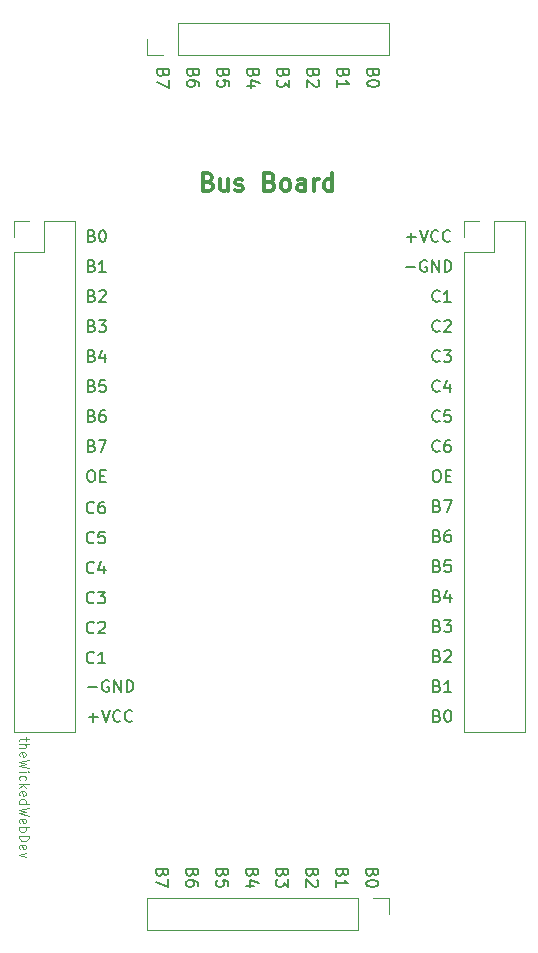
<source format=gbr>
%TF.GenerationSoftware,KiCad,Pcbnew,(5.1.10-1-10_14)*%
%TF.CreationDate,2021-08-24T00:58:23-04:00*%
%TF.ProjectId,breadboard-prototype-bus,62726561-6462-46f6-9172-642d70726f74,rev?*%
%TF.SameCoordinates,Original*%
%TF.FileFunction,Legend,Top*%
%TF.FilePolarity,Positive*%
%FSLAX46Y46*%
G04 Gerber Fmt 4.6, Leading zero omitted, Abs format (unit mm)*
G04 Created by KiCad (PCBNEW (5.1.10-1-10_14)) date 2021-08-24 00:58:23*
%MOMM*%
%LPD*%
G01*
G04 APERTURE LIST*
%ADD10C,0.150000*%
%ADD11C,0.100000*%
%ADD12C,0.300000*%
%ADD13C,0.120000*%
G04 APERTURE END LIST*
D10*
X75373428Y-65385238D02*
X75325809Y-65528095D01*
X75278190Y-65575714D01*
X75182952Y-65623333D01*
X75040095Y-65623333D01*
X74944857Y-65575714D01*
X74897238Y-65528095D01*
X74849619Y-65432857D01*
X74849619Y-65051904D01*
X75849619Y-65051904D01*
X75849619Y-65385238D01*
X75802000Y-65480476D01*
X75754380Y-65528095D01*
X75659142Y-65575714D01*
X75563904Y-65575714D01*
X75468666Y-65528095D01*
X75421047Y-65480476D01*
X75373428Y-65385238D01*
X75373428Y-65051904D01*
X75849619Y-65956666D02*
X75849619Y-66623333D01*
X74849619Y-66194761D01*
X80453428Y-65385238D02*
X80405809Y-65528095D01*
X80358190Y-65575714D01*
X80262952Y-65623333D01*
X80120095Y-65623333D01*
X80024857Y-65575714D01*
X79977238Y-65528095D01*
X79929619Y-65432857D01*
X79929619Y-65051904D01*
X80929619Y-65051904D01*
X80929619Y-65385238D01*
X80882000Y-65480476D01*
X80834380Y-65528095D01*
X80739142Y-65575714D01*
X80643904Y-65575714D01*
X80548666Y-65528095D01*
X80501047Y-65480476D01*
X80453428Y-65385238D01*
X80453428Y-65051904D01*
X80929619Y-66528095D02*
X80929619Y-66051904D01*
X80453428Y-66004285D01*
X80501047Y-66051904D01*
X80548666Y-66147142D01*
X80548666Y-66385238D01*
X80501047Y-66480476D01*
X80453428Y-66528095D01*
X80358190Y-66575714D01*
X80120095Y-66575714D01*
X80024857Y-66528095D01*
X79977238Y-66480476D01*
X79929619Y-66385238D01*
X79929619Y-66147142D01*
X79977238Y-66051904D01*
X80024857Y-66004285D01*
X90613428Y-65385238D02*
X90565809Y-65528095D01*
X90518190Y-65575714D01*
X90422952Y-65623333D01*
X90280095Y-65623333D01*
X90184857Y-65575714D01*
X90137238Y-65528095D01*
X90089619Y-65432857D01*
X90089619Y-65051904D01*
X91089619Y-65051904D01*
X91089619Y-65385238D01*
X91042000Y-65480476D01*
X90994380Y-65528095D01*
X90899142Y-65575714D01*
X90803904Y-65575714D01*
X90708666Y-65528095D01*
X90661047Y-65480476D01*
X90613428Y-65385238D01*
X90613428Y-65051904D01*
X90089619Y-66575714D02*
X90089619Y-66004285D01*
X90089619Y-66290000D02*
X91089619Y-66290000D01*
X90946761Y-66194761D01*
X90851523Y-66099523D01*
X90803904Y-66004285D01*
X85533428Y-65385238D02*
X85485809Y-65528095D01*
X85438190Y-65575714D01*
X85342952Y-65623333D01*
X85200095Y-65623333D01*
X85104857Y-65575714D01*
X85057238Y-65528095D01*
X85009619Y-65432857D01*
X85009619Y-65051904D01*
X86009619Y-65051904D01*
X86009619Y-65385238D01*
X85962000Y-65480476D01*
X85914380Y-65528095D01*
X85819142Y-65575714D01*
X85723904Y-65575714D01*
X85628666Y-65528095D01*
X85581047Y-65480476D01*
X85533428Y-65385238D01*
X85533428Y-65051904D01*
X86009619Y-65956666D02*
X86009619Y-66575714D01*
X85628666Y-66242380D01*
X85628666Y-66385238D01*
X85581047Y-66480476D01*
X85533428Y-66528095D01*
X85438190Y-66575714D01*
X85200095Y-66575714D01*
X85104857Y-66528095D01*
X85057238Y-66480476D01*
X85009619Y-66385238D01*
X85009619Y-66099523D01*
X85057238Y-66004285D01*
X85104857Y-65956666D01*
X82993428Y-65385238D02*
X82945809Y-65528095D01*
X82898190Y-65575714D01*
X82802952Y-65623333D01*
X82660095Y-65623333D01*
X82564857Y-65575714D01*
X82517238Y-65528095D01*
X82469619Y-65432857D01*
X82469619Y-65051904D01*
X83469619Y-65051904D01*
X83469619Y-65385238D01*
X83422000Y-65480476D01*
X83374380Y-65528095D01*
X83279142Y-65575714D01*
X83183904Y-65575714D01*
X83088666Y-65528095D01*
X83041047Y-65480476D01*
X82993428Y-65385238D01*
X82993428Y-65051904D01*
X83136285Y-66480476D02*
X82469619Y-66480476D01*
X83517238Y-66242380D02*
X82802952Y-66004285D01*
X82802952Y-66623333D01*
X93153428Y-65385238D02*
X93105809Y-65528095D01*
X93058190Y-65575714D01*
X92962952Y-65623333D01*
X92820095Y-65623333D01*
X92724857Y-65575714D01*
X92677238Y-65528095D01*
X92629619Y-65432857D01*
X92629619Y-65051904D01*
X93629619Y-65051904D01*
X93629619Y-65385238D01*
X93582000Y-65480476D01*
X93534380Y-65528095D01*
X93439142Y-65575714D01*
X93343904Y-65575714D01*
X93248666Y-65528095D01*
X93201047Y-65480476D01*
X93153428Y-65385238D01*
X93153428Y-65051904D01*
X93629619Y-66242380D02*
X93629619Y-66337619D01*
X93582000Y-66432857D01*
X93534380Y-66480476D01*
X93439142Y-66528095D01*
X93248666Y-66575714D01*
X93010571Y-66575714D01*
X92820095Y-66528095D01*
X92724857Y-66480476D01*
X92677238Y-66432857D01*
X92629619Y-66337619D01*
X92629619Y-66242380D01*
X92677238Y-66147142D01*
X92724857Y-66099523D01*
X92820095Y-66051904D01*
X93010571Y-66004285D01*
X93248666Y-66004285D01*
X93439142Y-66051904D01*
X93534380Y-66099523D01*
X93582000Y-66147142D01*
X93629619Y-66242380D01*
X77913428Y-65385238D02*
X77865809Y-65528095D01*
X77818190Y-65575714D01*
X77722952Y-65623333D01*
X77580095Y-65623333D01*
X77484857Y-65575714D01*
X77437238Y-65528095D01*
X77389619Y-65432857D01*
X77389619Y-65051904D01*
X78389619Y-65051904D01*
X78389619Y-65385238D01*
X78342000Y-65480476D01*
X78294380Y-65528095D01*
X78199142Y-65575714D01*
X78103904Y-65575714D01*
X78008666Y-65528095D01*
X77961047Y-65480476D01*
X77913428Y-65385238D01*
X77913428Y-65051904D01*
X78389619Y-66480476D02*
X78389619Y-66290000D01*
X78342000Y-66194761D01*
X78294380Y-66147142D01*
X78151523Y-66051904D01*
X77961047Y-66004285D01*
X77580095Y-66004285D01*
X77484857Y-66051904D01*
X77437238Y-66099523D01*
X77389619Y-66194761D01*
X77389619Y-66385238D01*
X77437238Y-66480476D01*
X77484857Y-66528095D01*
X77580095Y-66575714D01*
X77818190Y-66575714D01*
X77913428Y-66528095D01*
X77961047Y-66480476D01*
X78008666Y-66385238D01*
X78008666Y-66194761D01*
X77961047Y-66099523D01*
X77913428Y-66051904D01*
X77818190Y-66004285D01*
X88073428Y-65385238D02*
X88025809Y-65528095D01*
X87978190Y-65575714D01*
X87882952Y-65623333D01*
X87740095Y-65623333D01*
X87644857Y-65575714D01*
X87597238Y-65528095D01*
X87549619Y-65432857D01*
X87549619Y-65051904D01*
X88549619Y-65051904D01*
X88549619Y-65385238D01*
X88502000Y-65480476D01*
X88454380Y-65528095D01*
X88359142Y-65575714D01*
X88263904Y-65575714D01*
X88168666Y-65528095D01*
X88121047Y-65480476D01*
X88073428Y-65385238D01*
X88073428Y-65051904D01*
X88454380Y-66004285D02*
X88502000Y-66051904D01*
X88549619Y-66147142D01*
X88549619Y-66385238D01*
X88502000Y-66480476D01*
X88454380Y-66528095D01*
X88359142Y-66575714D01*
X88263904Y-66575714D01*
X88121047Y-66528095D01*
X87549619Y-65956666D01*
X87549619Y-66575714D01*
X85453428Y-133105238D02*
X85405809Y-133248095D01*
X85358190Y-133295714D01*
X85262952Y-133343333D01*
X85120095Y-133343333D01*
X85024857Y-133295714D01*
X84977238Y-133248095D01*
X84929619Y-133152857D01*
X84929619Y-132771904D01*
X85929619Y-132771904D01*
X85929619Y-133105238D01*
X85882000Y-133200476D01*
X85834380Y-133248095D01*
X85739142Y-133295714D01*
X85643904Y-133295714D01*
X85548666Y-133248095D01*
X85501047Y-133200476D01*
X85453428Y-133105238D01*
X85453428Y-132771904D01*
X85929619Y-133676666D02*
X85929619Y-134295714D01*
X85548666Y-133962380D01*
X85548666Y-134105238D01*
X85501047Y-134200476D01*
X85453428Y-134248095D01*
X85358190Y-134295714D01*
X85120095Y-134295714D01*
X85024857Y-134248095D01*
X84977238Y-134200476D01*
X84929619Y-134105238D01*
X84929619Y-133819523D01*
X84977238Y-133724285D01*
X85024857Y-133676666D01*
X77833428Y-133105238D02*
X77785809Y-133248095D01*
X77738190Y-133295714D01*
X77642952Y-133343333D01*
X77500095Y-133343333D01*
X77404857Y-133295714D01*
X77357238Y-133248095D01*
X77309619Y-133152857D01*
X77309619Y-132771904D01*
X78309619Y-132771904D01*
X78309619Y-133105238D01*
X78262000Y-133200476D01*
X78214380Y-133248095D01*
X78119142Y-133295714D01*
X78023904Y-133295714D01*
X77928666Y-133248095D01*
X77881047Y-133200476D01*
X77833428Y-133105238D01*
X77833428Y-132771904D01*
X78309619Y-134200476D02*
X78309619Y-134010000D01*
X78262000Y-133914761D01*
X78214380Y-133867142D01*
X78071523Y-133771904D01*
X77881047Y-133724285D01*
X77500095Y-133724285D01*
X77404857Y-133771904D01*
X77357238Y-133819523D01*
X77309619Y-133914761D01*
X77309619Y-134105238D01*
X77357238Y-134200476D01*
X77404857Y-134248095D01*
X77500095Y-134295714D01*
X77738190Y-134295714D01*
X77833428Y-134248095D01*
X77881047Y-134200476D01*
X77928666Y-134105238D01*
X77928666Y-133914761D01*
X77881047Y-133819523D01*
X77833428Y-133771904D01*
X77738190Y-133724285D01*
X87993428Y-133105238D02*
X87945809Y-133248095D01*
X87898190Y-133295714D01*
X87802952Y-133343333D01*
X87660095Y-133343333D01*
X87564857Y-133295714D01*
X87517238Y-133248095D01*
X87469619Y-133152857D01*
X87469619Y-132771904D01*
X88469619Y-132771904D01*
X88469619Y-133105238D01*
X88422000Y-133200476D01*
X88374380Y-133248095D01*
X88279142Y-133295714D01*
X88183904Y-133295714D01*
X88088666Y-133248095D01*
X88041047Y-133200476D01*
X87993428Y-133105238D01*
X87993428Y-132771904D01*
X88374380Y-133724285D02*
X88422000Y-133771904D01*
X88469619Y-133867142D01*
X88469619Y-134105238D01*
X88422000Y-134200476D01*
X88374380Y-134248095D01*
X88279142Y-134295714D01*
X88183904Y-134295714D01*
X88041047Y-134248095D01*
X87469619Y-133676666D01*
X87469619Y-134295714D01*
X90533428Y-133105238D02*
X90485809Y-133248095D01*
X90438190Y-133295714D01*
X90342952Y-133343333D01*
X90200095Y-133343333D01*
X90104857Y-133295714D01*
X90057238Y-133248095D01*
X90009619Y-133152857D01*
X90009619Y-132771904D01*
X91009619Y-132771904D01*
X91009619Y-133105238D01*
X90962000Y-133200476D01*
X90914380Y-133248095D01*
X90819142Y-133295714D01*
X90723904Y-133295714D01*
X90628666Y-133248095D01*
X90581047Y-133200476D01*
X90533428Y-133105238D01*
X90533428Y-132771904D01*
X90009619Y-134295714D02*
X90009619Y-133724285D01*
X90009619Y-134010000D02*
X91009619Y-134010000D01*
X90866761Y-133914761D01*
X90771523Y-133819523D01*
X90723904Y-133724285D01*
X75293428Y-133105238D02*
X75245809Y-133248095D01*
X75198190Y-133295714D01*
X75102952Y-133343333D01*
X74960095Y-133343333D01*
X74864857Y-133295714D01*
X74817238Y-133248095D01*
X74769619Y-133152857D01*
X74769619Y-132771904D01*
X75769619Y-132771904D01*
X75769619Y-133105238D01*
X75722000Y-133200476D01*
X75674380Y-133248095D01*
X75579142Y-133295714D01*
X75483904Y-133295714D01*
X75388666Y-133248095D01*
X75341047Y-133200476D01*
X75293428Y-133105238D01*
X75293428Y-132771904D01*
X75769619Y-133676666D02*
X75769619Y-134343333D01*
X74769619Y-133914761D01*
X82913428Y-133105238D02*
X82865809Y-133248095D01*
X82818190Y-133295714D01*
X82722952Y-133343333D01*
X82580095Y-133343333D01*
X82484857Y-133295714D01*
X82437238Y-133248095D01*
X82389619Y-133152857D01*
X82389619Y-132771904D01*
X83389619Y-132771904D01*
X83389619Y-133105238D01*
X83342000Y-133200476D01*
X83294380Y-133248095D01*
X83199142Y-133295714D01*
X83103904Y-133295714D01*
X83008666Y-133248095D01*
X82961047Y-133200476D01*
X82913428Y-133105238D01*
X82913428Y-132771904D01*
X83056285Y-134200476D02*
X82389619Y-134200476D01*
X83437238Y-133962380D02*
X82722952Y-133724285D01*
X82722952Y-134343333D01*
X80373428Y-133105238D02*
X80325809Y-133248095D01*
X80278190Y-133295714D01*
X80182952Y-133343333D01*
X80040095Y-133343333D01*
X79944857Y-133295714D01*
X79897238Y-133248095D01*
X79849619Y-133152857D01*
X79849619Y-132771904D01*
X80849619Y-132771904D01*
X80849619Y-133105238D01*
X80802000Y-133200476D01*
X80754380Y-133248095D01*
X80659142Y-133295714D01*
X80563904Y-133295714D01*
X80468666Y-133248095D01*
X80421047Y-133200476D01*
X80373428Y-133105238D01*
X80373428Y-132771904D01*
X80849619Y-134248095D02*
X80849619Y-133771904D01*
X80373428Y-133724285D01*
X80421047Y-133771904D01*
X80468666Y-133867142D01*
X80468666Y-134105238D01*
X80421047Y-134200476D01*
X80373428Y-134248095D01*
X80278190Y-134295714D01*
X80040095Y-134295714D01*
X79944857Y-134248095D01*
X79897238Y-134200476D01*
X79849619Y-134105238D01*
X79849619Y-133867142D01*
X79897238Y-133771904D01*
X79944857Y-133724285D01*
X93073428Y-133105238D02*
X93025809Y-133248095D01*
X92978190Y-133295714D01*
X92882952Y-133343333D01*
X92740095Y-133343333D01*
X92644857Y-133295714D01*
X92597238Y-133248095D01*
X92549619Y-133152857D01*
X92549619Y-132771904D01*
X93549619Y-132771904D01*
X93549619Y-133105238D01*
X93502000Y-133200476D01*
X93454380Y-133248095D01*
X93359142Y-133295714D01*
X93263904Y-133295714D01*
X93168666Y-133248095D01*
X93121047Y-133200476D01*
X93073428Y-133105238D01*
X93073428Y-132771904D01*
X93549619Y-133962380D02*
X93549619Y-134057619D01*
X93502000Y-134152857D01*
X93454380Y-134200476D01*
X93359142Y-134248095D01*
X93168666Y-134295714D01*
X92930571Y-134295714D01*
X92740095Y-134248095D01*
X92644857Y-134200476D01*
X92597238Y-134152857D01*
X92549619Y-134057619D01*
X92549619Y-133962380D01*
X92597238Y-133867142D01*
X92644857Y-133819523D01*
X92740095Y-133771904D01*
X92930571Y-133724285D01*
X93168666Y-133724285D01*
X93359142Y-133771904D01*
X93454380Y-133819523D01*
X93502000Y-133867142D01*
X93549619Y-133962380D01*
D11*
X63691428Y-121644285D02*
X63691428Y-121949047D01*
X63958095Y-121758571D02*
X63272380Y-121758571D01*
X63196190Y-121796666D01*
X63158095Y-121872857D01*
X63158095Y-121949047D01*
X63158095Y-122215714D02*
X63958095Y-122215714D01*
X63158095Y-122558571D02*
X63577142Y-122558571D01*
X63653333Y-122520476D01*
X63691428Y-122444285D01*
X63691428Y-122330000D01*
X63653333Y-122253809D01*
X63615238Y-122215714D01*
X63196190Y-123244285D02*
X63158095Y-123168095D01*
X63158095Y-123015714D01*
X63196190Y-122939523D01*
X63272380Y-122901428D01*
X63577142Y-122901428D01*
X63653333Y-122939523D01*
X63691428Y-123015714D01*
X63691428Y-123168095D01*
X63653333Y-123244285D01*
X63577142Y-123282380D01*
X63500952Y-123282380D01*
X63424761Y-122901428D01*
X63958095Y-123549047D02*
X63158095Y-123739523D01*
X63729523Y-123891904D01*
X63158095Y-124044285D01*
X63958095Y-124234761D01*
X63158095Y-124539523D02*
X63691428Y-124539523D01*
X63958095Y-124539523D02*
X63920000Y-124501428D01*
X63881904Y-124539523D01*
X63920000Y-124577619D01*
X63958095Y-124539523D01*
X63881904Y-124539523D01*
X63196190Y-125263333D02*
X63158095Y-125187142D01*
X63158095Y-125034761D01*
X63196190Y-124958571D01*
X63234285Y-124920476D01*
X63310476Y-124882380D01*
X63539047Y-124882380D01*
X63615238Y-124920476D01*
X63653333Y-124958571D01*
X63691428Y-125034761D01*
X63691428Y-125187142D01*
X63653333Y-125263333D01*
X63158095Y-125606190D02*
X63958095Y-125606190D01*
X63462857Y-125682380D02*
X63158095Y-125910952D01*
X63691428Y-125910952D02*
X63386666Y-125606190D01*
X63196190Y-126558571D02*
X63158095Y-126482380D01*
X63158095Y-126330000D01*
X63196190Y-126253809D01*
X63272380Y-126215714D01*
X63577142Y-126215714D01*
X63653333Y-126253809D01*
X63691428Y-126330000D01*
X63691428Y-126482380D01*
X63653333Y-126558571D01*
X63577142Y-126596666D01*
X63500952Y-126596666D01*
X63424761Y-126215714D01*
X63158095Y-127282380D02*
X63958095Y-127282380D01*
X63196190Y-127282380D02*
X63158095Y-127206190D01*
X63158095Y-127053809D01*
X63196190Y-126977619D01*
X63234285Y-126939523D01*
X63310476Y-126901428D01*
X63539047Y-126901428D01*
X63615238Y-126939523D01*
X63653333Y-126977619D01*
X63691428Y-127053809D01*
X63691428Y-127206190D01*
X63653333Y-127282380D01*
X63958095Y-127587142D02*
X63158095Y-127777619D01*
X63729523Y-127930000D01*
X63158095Y-128082380D01*
X63958095Y-128272857D01*
X63196190Y-128882380D02*
X63158095Y-128806190D01*
X63158095Y-128653809D01*
X63196190Y-128577619D01*
X63272380Y-128539523D01*
X63577142Y-128539523D01*
X63653333Y-128577619D01*
X63691428Y-128653809D01*
X63691428Y-128806190D01*
X63653333Y-128882380D01*
X63577142Y-128920476D01*
X63500952Y-128920476D01*
X63424761Y-128539523D01*
X63158095Y-129263333D02*
X63958095Y-129263333D01*
X63653333Y-129263333D02*
X63691428Y-129339523D01*
X63691428Y-129491904D01*
X63653333Y-129568095D01*
X63615238Y-129606190D01*
X63539047Y-129644285D01*
X63310476Y-129644285D01*
X63234285Y-129606190D01*
X63196190Y-129568095D01*
X63158095Y-129491904D01*
X63158095Y-129339523D01*
X63196190Y-129263333D01*
X63158095Y-129987142D02*
X63958095Y-129987142D01*
X63958095Y-130177619D01*
X63920000Y-130291904D01*
X63843809Y-130368095D01*
X63767619Y-130406190D01*
X63615238Y-130444285D01*
X63500952Y-130444285D01*
X63348571Y-130406190D01*
X63272380Y-130368095D01*
X63196190Y-130291904D01*
X63158095Y-130177619D01*
X63158095Y-129987142D01*
X63196190Y-131091904D02*
X63158095Y-131015714D01*
X63158095Y-130863333D01*
X63196190Y-130787142D01*
X63272380Y-130749047D01*
X63577142Y-130749047D01*
X63653333Y-130787142D01*
X63691428Y-130863333D01*
X63691428Y-131015714D01*
X63653333Y-131091904D01*
X63577142Y-131130000D01*
X63500952Y-131130000D01*
X63424761Y-130749047D01*
X63691428Y-131396666D02*
X63158095Y-131587142D01*
X63691428Y-131777619D01*
D12*
X79180000Y-74612857D02*
X79394285Y-74684285D01*
X79465714Y-74755714D01*
X79537142Y-74898571D01*
X79537142Y-75112857D01*
X79465714Y-75255714D01*
X79394285Y-75327142D01*
X79251428Y-75398571D01*
X78680000Y-75398571D01*
X78680000Y-73898571D01*
X79180000Y-73898571D01*
X79322857Y-73970000D01*
X79394285Y-74041428D01*
X79465714Y-74184285D01*
X79465714Y-74327142D01*
X79394285Y-74470000D01*
X79322857Y-74541428D01*
X79180000Y-74612857D01*
X78680000Y-74612857D01*
X80822857Y-74398571D02*
X80822857Y-75398571D01*
X80180000Y-74398571D02*
X80180000Y-75184285D01*
X80251428Y-75327142D01*
X80394285Y-75398571D01*
X80608571Y-75398571D01*
X80751428Y-75327142D01*
X80822857Y-75255714D01*
X81465714Y-75327142D02*
X81608571Y-75398571D01*
X81894285Y-75398571D01*
X82037142Y-75327142D01*
X82108571Y-75184285D01*
X82108571Y-75112857D01*
X82037142Y-74970000D01*
X81894285Y-74898571D01*
X81680000Y-74898571D01*
X81537142Y-74827142D01*
X81465714Y-74684285D01*
X81465714Y-74612857D01*
X81537142Y-74470000D01*
X81680000Y-74398571D01*
X81894285Y-74398571D01*
X82037142Y-74470000D01*
X84394285Y-74612857D02*
X84608571Y-74684285D01*
X84680000Y-74755714D01*
X84751428Y-74898571D01*
X84751428Y-75112857D01*
X84680000Y-75255714D01*
X84608571Y-75327142D01*
X84465714Y-75398571D01*
X83894285Y-75398571D01*
X83894285Y-73898571D01*
X84394285Y-73898571D01*
X84537142Y-73970000D01*
X84608571Y-74041428D01*
X84680000Y-74184285D01*
X84680000Y-74327142D01*
X84608571Y-74470000D01*
X84537142Y-74541428D01*
X84394285Y-74612857D01*
X83894285Y-74612857D01*
X85608571Y-75398571D02*
X85465714Y-75327142D01*
X85394285Y-75255714D01*
X85322857Y-75112857D01*
X85322857Y-74684285D01*
X85394285Y-74541428D01*
X85465714Y-74470000D01*
X85608571Y-74398571D01*
X85822857Y-74398571D01*
X85965714Y-74470000D01*
X86037142Y-74541428D01*
X86108571Y-74684285D01*
X86108571Y-75112857D01*
X86037142Y-75255714D01*
X85965714Y-75327142D01*
X85822857Y-75398571D01*
X85608571Y-75398571D01*
X87394285Y-75398571D02*
X87394285Y-74612857D01*
X87322857Y-74470000D01*
X87180000Y-74398571D01*
X86894285Y-74398571D01*
X86751428Y-74470000D01*
X87394285Y-75327142D02*
X87251428Y-75398571D01*
X86894285Y-75398571D01*
X86751428Y-75327142D01*
X86680000Y-75184285D01*
X86680000Y-75041428D01*
X86751428Y-74898571D01*
X86894285Y-74827142D01*
X87251428Y-74827142D01*
X87394285Y-74755714D01*
X88108571Y-75398571D02*
X88108571Y-74398571D01*
X88108571Y-74684285D02*
X88180000Y-74541428D01*
X88251428Y-74470000D01*
X88394285Y-74398571D01*
X88537142Y-74398571D01*
X89680000Y-75398571D02*
X89680000Y-73898571D01*
X89680000Y-75327142D02*
X89537142Y-75398571D01*
X89251428Y-75398571D01*
X89108571Y-75327142D01*
X89037142Y-75255714D01*
X88965714Y-75112857D01*
X88965714Y-74684285D01*
X89037142Y-74541428D01*
X89108571Y-74470000D01*
X89251428Y-74398571D01*
X89537142Y-74398571D01*
X89680000Y-74470000D01*
D10*
X69301238Y-79176571D02*
X69444095Y-79224190D01*
X69491714Y-79271809D01*
X69539333Y-79367047D01*
X69539333Y-79509904D01*
X69491714Y-79605142D01*
X69444095Y-79652761D01*
X69348857Y-79700380D01*
X68967904Y-79700380D01*
X68967904Y-78700380D01*
X69301238Y-78700380D01*
X69396476Y-78748000D01*
X69444095Y-78795619D01*
X69491714Y-78890857D01*
X69491714Y-78986095D01*
X69444095Y-79081333D01*
X69396476Y-79128952D01*
X69301238Y-79176571D01*
X68967904Y-79176571D01*
X70158380Y-78700380D02*
X70253619Y-78700380D01*
X70348857Y-78748000D01*
X70396476Y-78795619D01*
X70444095Y-78890857D01*
X70491714Y-79081333D01*
X70491714Y-79319428D01*
X70444095Y-79509904D01*
X70396476Y-79605142D01*
X70348857Y-79652761D01*
X70253619Y-79700380D01*
X70158380Y-79700380D01*
X70063142Y-79652761D01*
X70015523Y-79605142D01*
X69967904Y-79509904D01*
X69920285Y-79319428D01*
X69920285Y-79081333D01*
X69967904Y-78890857D01*
X70015523Y-78795619D01*
X70063142Y-78748000D01*
X70158380Y-78700380D01*
X69483333Y-110213142D02*
X69435714Y-110260761D01*
X69292857Y-110308380D01*
X69197619Y-110308380D01*
X69054761Y-110260761D01*
X68959523Y-110165523D01*
X68911904Y-110070285D01*
X68864285Y-109879809D01*
X68864285Y-109736952D01*
X68911904Y-109546476D01*
X68959523Y-109451238D01*
X69054761Y-109356000D01*
X69197619Y-109308380D01*
X69292857Y-109308380D01*
X69435714Y-109356000D01*
X69483333Y-109403619D01*
X69816666Y-109308380D02*
X70435714Y-109308380D01*
X70102380Y-109689333D01*
X70245238Y-109689333D01*
X70340476Y-109736952D01*
X70388095Y-109784571D01*
X70435714Y-109879809D01*
X70435714Y-110117904D01*
X70388095Y-110213142D01*
X70340476Y-110260761D01*
X70245238Y-110308380D01*
X69959523Y-110308380D01*
X69864285Y-110260761D01*
X69816666Y-110213142D01*
X69301238Y-96956571D02*
X69444095Y-97004190D01*
X69491714Y-97051809D01*
X69539333Y-97147047D01*
X69539333Y-97289904D01*
X69491714Y-97385142D01*
X69444095Y-97432761D01*
X69348857Y-97480380D01*
X68967904Y-97480380D01*
X68967904Y-96480380D01*
X69301238Y-96480380D01*
X69396476Y-96528000D01*
X69444095Y-96575619D01*
X69491714Y-96670857D01*
X69491714Y-96766095D01*
X69444095Y-96861333D01*
X69396476Y-96908952D01*
X69301238Y-96956571D01*
X68967904Y-96956571D01*
X69872666Y-96480380D02*
X70539333Y-96480380D01*
X70110761Y-97480380D01*
X69301238Y-84256571D02*
X69444095Y-84304190D01*
X69491714Y-84351809D01*
X69539333Y-84447047D01*
X69539333Y-84589904D01*
X69491714Y-84685142D01*
X69444095Y-84732761D01*
X69348857Y-84780380D01*
X68967904Y-84780380D01*
X68967904Y-83780380D01*
X69301238Y-83780380D01*
X69396476Y-83828000D01*
X69444095Y-83875619D01*
X69491714Y-83970857D01*
X69491714Y-84066095D01*
X69444095Y-84161333D01*
X69396476Y-84208952D01*
X69301238Y-84256571D01*
X68967904Y-84256571D01*
X69920285Y-83875619D02*
X69967904Y-83828000D01*
X70063142Y-83780380D01*
X70301238Y-83780380D01*
X70396476Y-83828000D01*
X70444095Y-83875619D01*
X70491714Y-83970857D01*
X70491714Y-84066095D01*
X70444095Y-84208952D01*
X69872666Y-84780380D01*
X70491714Y-84780380D01*
X69158380Y-99020380D02*
X69348857Y-99020380D01*
X69444095Y-99068000D01*
X69539333Y-99163238D01*
X69586952Y-99353714D01*
X69586952Y-99687047D01*
X69539333Y-99877523D01*
X69444095Y-99972761D01*
X69348857Y-100020380D01*
X69158380Y-100020380D01*
X69063142Y-99972761D01*
X68967904Y-99877523D01*
X68920285Y-99687047D01*
X68920285Y-99353714D01*
X68967904Y-99163238D01*
X69063142Y-99068000D01*
X69158380Y-99020380D01*
X70015523Y-99496571D02*
X70348857Y-99496571D01*
X70491714Y-100020380D02*
X70015523Y-100020380D01*
X70015523Y-99020380D01*
X70491714Y-99020380D01*
X68961238Y-117419428D02*
X69723142Y-117419428D01*
X70723142Y-116848000D02*
X70627904Y-116800380D01*
X70485047Y-116800380D01*
X70342190Y-116848000D01*
X70246952Y-116943238D01*
X70199333Y-117038476D01*
X70151714Y-117228952D01*
X70151714Y-117371809D01*
X70199333Y-117562285D01*
X70246952Y-117657523D01*
X70342190Y-117752761D01*
X70485047Y-117800380D01*
X70580285Y-117800380D01*
X70723142Y-117752761D01*
X70770761Y-117705142D01*
X70770761Y-117371809D01*
X70580285Y-117371809D01*
X71199333Y-117800380D02*
X71199333Y-116800380D01*
X71770761Y-117800380D01*
X71770761Y-116800380D01*
X72246952Y-117800380D02*
X72246952Y-116800380D01*
X72485047Y-116800380D01*
X72627904Y-116848000D01*
X72723142Y-116943238D01*
X72770761Y-117038476D01*
X72818380Y-117228952D01*
X72818380Y-117371809D01*
X72770761Y-117562285D01*
X72723142Y-117657523D01*
X72627904Y-117752761D01*
X72485047Y-117800380D01*
X72246952Y-117800380D01*
X69483333Y-107673142D02*
X69435714Y-107720761D01*
X69292857Y-107768380D01*
X69197619Y-107768380D01*
X69054761Y-107720761D01*
X68959523Y-107625523D01*
X68911904Y-107530285D01*
X68864285Y-107339809D01*
X68864285Y-107196952D01*
X68911904Y-107006476D01*
X68959523Y-106911238D01*
X69054761Y-106816000D01*
X69197619Y-106768380D01*
X69292857Y-106768380D01*
X69435714Y-106816000D01*
X69483333Y-106863619D01*
X70340476Y-107101714D02*
X70340476Y-107768380D01*
X70102380Y-106720761D02*
X69864285Y-107435047D01*
X70483333Y-107435047D01*
X69301238Y-89336571D02*
X69444095Y-89384190D01*
X69491714Y-89431809D01*
X69539333Y-89527047D01*
X69539333Y-89669904D01*
X69491714Y-89765142D01*
X69444095Y-89812761D01*
X69348857Y-89860380D01*
X68967904Y-89860380D01*
X68967904Y-88860380D01*
X69301238Y-88860380D01*
X69396476Y-88908000D01*
X69444095Y-88955619D01*
X69491714Y-89050857D01*
X69491714Y-89146095D01*
X69444095Y-89241333D01*
X69396476Y-89288952D01*
X69301238Y-89336571D01*
X68967904Y-89336571D01*
X70396476Y-89193714D02*
X70396476Y-89860380D01*
X70158380Y-88812761D02*
X69920285Y-89527047D01*
X70539333Y-89527047D01*
X69483333Y-105133142D02*
X69435714Y-105180761D01*
X69292857Y-105228380D01*
X69197619Y-105228380D01*
X69054761Y-105180761D01*
X68959523Y-105085523D01*
X68911904Y-104990285D01*
X68864285Y-104799809D01*
X68864285Y-104656952D01*
X68911904Y-104466476D01*
X68959523Y-104371238D01*
X69054761Y-104276000D01*
X69197619Y-104228380D01*
X69292857Y-104228380D01*
X69435714Y-104276000D01*
X69483333Y-104323619D01*
X70388095Y-104228380D02*
X69911904Y-104228380D01*
X69864285Y-104704571D01*
X69911904Y-104656952D01*
X70007142Y-104609333D01*
X70245238Y-104609333D01*
X70340476Y-104656952D01*
X70388095Y-104704571D01*
X70435714Y-104799809D01*
X70435714Y-105037904D01*
X70388095Y-105133142D01*
X70340476Y-105180761D01*
X70245238Y-105228380D01*
X70007142Y-105228380D01*
X69911904Y-105180761D01*
X69864285Y-105133142D01*
X69301238Y-94416571D02*
X69444095Y-94464190D01*
X69491714Y-94511809D01*
X69539333Y-94607047D01*
X69539333Y-94749904D01*
X69491714Y-94845142D01*
X69444095Y-94892761D01*
X69348857Y-94940380D01*
X68967904Y-94940380D01*
X68967904Y-93940380D01*
X69301238Y-93940380D01*
X69396476Y-93988000D01*
X69444095Y-94035619D01*
X69491714Y-94130857D01*
X69491714Y-94226095D01*
X69444095Y-94321333D01*
X69396476Y-94368952D01*
X69301238Y-94416571D01*
X68967904Y-94416571D01*
X70396476Y-93940380D02*
X70206000Y-93940380D01*
X70110761Y-93988000D01*
X70063142Y-94035619D01*
X69967904Y-94178476D01*
X69920285Y-94368952D01*
X69920285Y-94749904D01*
X69967904Y-94845142D01*
X70015523Y-94892761D01*
X70110761Y-94940380D01*
X70301238Y-94940380D01*
X70396476Y-94892761D01*
X70444095Y-94845142D01*
X70491714Y-94749904D01*
X70491714Y-94511809D01*
X70444095Y-94416571D01*
X70396476Y-94368952D01*
X70301238Y-94321333D01*
X70110761Y-94321333D01*
X70015523Y-94368952D01*
X69967904Y-94416571D01*
X69920285Y-94511809D01*
X69056476Y-119959428D02*
X69818380Y-119959428D01*
X69437428Y-120340380D02*
X69437428Y-119578476D01*
X70151714Y-119340380D02*
X70485047Y-120340380D01*
X70818380Y-119340380D01*
X71723142Y-120245142D02*
X71675523Y-120292761D01*
X71532666Y-120340380D01*
X71437428Y-120340380D01*
X71294571Y-120292761D01*
X71199333Y-120197523D01*
X71151714Y-120102285D01*
X71104095Y-119911809D01*
X71104095Y-119768952D01*
X71151714Y-119578476D01*
X71199333Y-119483238D01*
X71294571Y-119388000D01*
X71437428Y-119340380D01*
X71532666Y-119340380D01*
X71675523Y-119388000D01*
X71723142Y-119435619D01*
X72723142Y-120245142D02*
X72675523Y-120292761D01*
X72532666Y-120340380D01*
X72437428Y-120340380D01*
X72294571Y-120292761D01*
X72199333Y-120197523D01*
X72151714Y-120102285D01*
X72104095Y-119911809D01*
X72104095Y-119768952D01*
X72151714Y-119578476D01*
X72199333Y-119483238D01*
X72294571Y-119388000D01*
X72437428Y-119340380D01*
X72532666Y-119340380D01*
X72675523Y-119388000D01*
X72723142Y-119435619D01*
X69483333Y-112753142D02*
X69435714Y-112800761D01*
X69292857Y-112848380D01*
X69197619Y-112848380D01*
X69054761Y-112800761D01*
X68959523Y-112705523D01*
X68911904Y-112610285D01*
X68864285Y-112419809D01*
X68864285Y-112276952D01*
X68911904Y-112086476D01*
X68959523Y-111991238D01*
X69054761Y-111896000D01*
X69197619Y-111848380D01*
X69292857Y-111848380D01*
X69435714Y-111896000D01*
X69483333Y-111943619D01*
X69864285Y-111943619D02*
X69911904Y-111896000D01*
X70007142Y-111848380D01*
X70245238Y-111848380D01*
X70340476Y-111896000D01*
X70388095Y-111943619D01*
X70435714Y-112038857D01*
X70435714Y-112134095D01*
X70388095Y-112276952D01*
X69816666Y-112848380D01*
X70435714Y-112848380D01*
X69301238Y-81716571D02*
X69444095Y-81764190D01*
X69491714Y-81811809D01*
X69539333Y-81907047D01*
X69539333Y-82049904D01*
X69491714Y-82145142D01*
X69444095Y-82192761D01*
X69348857Y-82240380D01*
X68967904Y-82240380D01*
X68967904Y-81240380D01*
X69301238Y-81240380D01*
X69396476Y-81288000D01*
X69444095Y-81335619D01*
X69491714Y-81430857D01*
X69491714Y-81526095D01*
X69444095Y-81621333D01*
X69396476Y-81668952D01*
X69301238Y-81716571D01*
X68967904Y-81716571D01*
X70491714Y-82240380D02*
X69920285Y-82240380D01*
X70206000Y-82240380D02*
X70206000Y-81240380D01*
X70110761Y-81383238D01*
X70015523Y-81478476D01*
X69920285Y-81526095D01*
X69301238Y-86796571D02*
X69444095Y-86844190D01*
X69491714Y-86891809D01*
X69539333Y-86987047D01*
X69539333Y-87129904D01*
X69491714Y-87225142D01*
X69444095Y-87272761D01*
X69348857Y-87320380D01*
X68967904Y-87320380D01*
X68967904Y-86320380D01*
X69301238Y-86320380D01*
X69396476Y-86368000D01*
X69444095Y-86415619D01*
X69491714Y-86510857D01*
X69491714Y-86606095D01*
X69444095Y-86701333D01*
X69396476Y-86748952D01*
X69301238Y-86796571D01*
X68967904Y-86796571D01*
X69872666Y-86320380D02*
X70491714Y-86320380D01*
X70158380Y-86701333D01*
X70301238Y-86701333D01*
X70396476Y-86748952D01*
X70444095Y-86796571D01*
X70491714Y-86891809D01*
X70491714Y-87129904D01*
X70444095Y-87225142D01*
X70396476Y-87272761D01*
X70301238Y-87320380D01*
X70015523Y-87320380D01*
X69920285Y-87272761D01*
X69872666Y-87225142D01*
X69483333Y-102593142D02*
X69435714Y-102640761D01*
X69292857Y-102688380D01*
X69197619Y-102688380D01*
X69054761Y-102640761D01*
X68959523Y-102545523D01*
X68911904Y-102450285D01*
X68864285Y-102259809D01*
X68864285Y-102116952D01*
X68911904Y-101926476D01*
X68959523Y-101831238D01*
X69054761Y-101736000D01*
X69197619Y-101688380D01*
X69292857Y-101688380D01*
X69435714Y-101736000D01*
X69483333Y-101783619D01*
X70340476Y-101688380D02*
X70150000Y-101688380D01*
X70054761Y-101736000D01*
X70007142Y-101783619D01*
X69911904Y-101926476D01*
X69864285Y-102116952D01*
X69864285Y-102497904D01*
X69911904Y-102593142D01*
X69959523Y-102640761D01*
X70054761Y-102688380D01*
X70245238Y-102688380D01*
X70340476Y-102640761D01*
X70388095Y-102593142D01*
X70435714Y-102497904D01*
X70435714Y-102259809D01*
X70388095Y-102164571D01*
X70340476Y-102116952D01*
X70245238Y-102069333D01*
X70054761Y-102069333D01*
X69959523Y-102116952D01*
X69911904Y-102164571D01*
X69864285Y-102259809D01*
X69483333Y-115293142D02*
X69435714Y-115340761D01*
X69292857Y-115388380D01*
X69197619Y-115388380D01*
X69054761Y-115340761D01*
X68959523Y-115245523D01*
X68911904Y-115150285D01*
X68864285Y-114959809D01*
X68864285Y-114816952D01*
X68911904Y-114626476D01*
X68959523Y-114531238D01*
X69054761Y-114436000D01*
X69197619Y-114388380D01*
X69292857Y-114388380D01*
X69435714Y-114436000D01*
X69483333Y-114483619D01*
X70435714Y-115388380D02*
X69864285Y-115388380D01*
X70150000Y-115388380D02*
X70150000Y-114388380D01*
X70054761Y-114531238D01*
X69959523Y-114626476D01*
X69864285Y-114674095D01*
X69301238Y-91876571D02*
X69444095Y-91924190D01*
X69491714Y-91971809D01*
X69539333Y-92067047D01*
X69539333Y-92209904D01*
X69491714Y-92305142D01*
X69444095Y-92352761D01*
X69348857Y-92400380D01*
X68967904Y-92400380D01*
X68967904Y-91400380D01*
X69301238Y-91400380D01*
X69396476Y-91448000D01*
X69444095Y-91495619D01*
X69491714Y-91590857D01*
X69491714Y-91686095D01*
X69444095Y-91781333D01*
X69396476Y-91828952D01*
X69301238Y-91876571D01*
X68967904Y-91876571D01*
X70444095Y-91400380D02*
X69967904Y-91400380D01*
X69920285Y-91876571D01*
X69967904Y-91828952D01*
X70063142Y-91781333D01*
X70301238Y-91781333D01*
X70396476Y-91828952D01*
X70444095Y-91876571D01*
X70491714Y-91971809D01*
X70491714Y-92209904D01*
X70444095Y-92305142D01*
X70396476Y-92352761D01*
X70301238Y-92400380D01*
X70063142Y-92400380D01*
X69967904Y-92352761D01*
X69920285Y-92305142D01*
X95980476Y-79319428D02*
X96742380Y-79319428D01*
X96361428Y-79700380D02*
X96361428Y-78938476D01*
X97075714Y-78700380D02*
X97409047Y-79700380D01*
X97742380Y-78700380D01*
X98647142Y-79605142D02*
X98599523Y-79652761D01*
X98456666Y-79700380D01*
X98361428Y-79700380D01*
X98218571Y-79652761D01*
X98123333Y-79557523D01*
X98075714Y-79462285D01*
X98028095Y-79271809D01*
X98028095Y-79128952D01*
X98075714Y-78938476D01*
X98123333Y-78843238D01*
X98218571Y-78748000D01*
X98361428Y-78700380D01*
X98456666Y-78700380D01*
X98599523Y-78748000D01*
X98647142Y-78795619D01*
X99647142Y-79605142D02*
X99599523Y-79652761D01*
X99456666Y-79700380D01*
X99361428Y-79700380D01*
X99218571Y-79652761D01*
X99123333Y-79557523D01*
X99075714Y-79462285D01*
X99028095Y-79271809D01*
X99028095Y-79128952D01*
X99075714Y-78938476D01*
X99123333Y-78843238D01*
X99218571Y-78748000D01*
X99361428Y-78700380D01*
X99456666Y-78700380D01*
X99599523Y-78748000D01*
X99647142Y-78795619D01*
X95885238Y-81859428D02*
X96647142Y-81859428D01*
X97647142Y-81288000D02*
X97551904Y-81240380D01*
X97409047Y-81240380D01*
X97266190Y-81288000D01*
X97170952Y-81383238D01*
X97123333Y-81478476D01*
X97075714Y-81668952D01*
X97075714Y-81811809D01*
X97123333Y-82002285D01*
X97170952Y-82097523D01*
X97266190Y-82192761D01*
X97409047Y-82240380D01*
X97504285Y-82240380D01*
X97647142Y-82192761D01*
X97694761Y-82145142D01*
X97694761Y-81811809D01*
X97504285Y-81811809D01*
X98123333Y-82240380D02*
X98123333Y-81240380D01*
X98694761Y-82240380D01*
X98694761Y-81240380D01*
X99170952Y-82240380D02*
X99170952Y-81240380D01*
X99409047Y-81240380D01*
X99551904Y-81288000D01*
X99647142Y-81383238D01*
X99694761Y-81478476D01*
X99742380Y-81668952D01*
X99742380Y-81811809D01*
X99694761Y-82002285D01*
X99647142Y-82097523D01*
X99551904Y-82192761D01*
X99409047Y-82240380D01*
X99170952Y-82240380D01*
X98749333Y-97385142D02*
X98701714Y-97432761D01*
X98558857Y-97480380D01*
X98463619Y-97480380D01*
X98320761Y-97432761D01*
X98225523Y-97337523D01*
X98177904Y-97242285D01*
X98130285Y-97051809D01*
X98130285Y-96908952D01*
X98177904Y-96718476D01*
X98225523Y-96623238D01*
X98320761Y-96528000D01*
X98463619Y-96480380D01*
X98558857Y-96480380D01*
X98701714Y-96528000D01*
X98749333Y-96575619D01*
X99606476Y-96480380D02*
X99416000Y-96480380D01*
X99320761Y-96528000D01*
X99273142Y-96575619D01*
X99177904Y-96718476D01*
X99130285Y-96908952D01*
X99130285Y-97289904D01*
X99177904Y-97385142D01*
X99225523Y-97432761D01*
X99320761Y-97480380D01*
X99511238Y-97480380D01*
X99606476Y-97432761D01*
X99654095Y-97385142D01*
X99701714Y-97289904D01*
X99701714Y-97051809D01*
X99654095Y-96956571D01*
X99606476Y-96908952D01*
X99511238Y-96861333D01*
X99320761Y-96861333D01*
X99225523Y-96908952D01*
X99177904Y-96956571D01*
X99130285Y-97051809D01*
X98749333Y-94845142D02*
X98701714Y-94892761D01*
X98558857Y-94940380D01*
X98463619Y-94940380D01*
X98320761Y-94892761D01*
X98225523Y-94797523D01*
X98177904Y-94702285D01*
X98130285Y-94511809D01*
X98130285Y-94368952D01*
X98177904Y-94178476D01*
X98225523Y-94083238D01*
X98320761Y-93988000D01*
X98463619Y-93940380D01*
X98558857Y-93940380D01*
X98701714Y-93988000D01*
X98749333Y-94035619D01*
X99654095Y-93940380D02*
X99177904Y-93940380D01*
X99130285Y-94416571D01*
X99177904Y-94368952D01*
X99273142Y-94321333D01*
X99511238Y-94321333D01*
X99606476Y-94368952D01*
X99654095Y-94416571D01*
X99701714Y-94511809D01*
X99701714Y-94749904D01*
X99654095Y-94845142D01*
X99606476Y-94892761D01*
X99511238Y-94940380D01*
X99273142Y-94940380D01*
X99177904Y-94892761D01*
X99130285Y-94845142D01*
X98749333Y-92305142D02*
X98701714Y-92352761D01*
X98558857Y-92400380D01*
X98463619Y-92400380D01*
X98320761Y-92352761D01*
X98225523Y-92257523D01*
X98177904Y-92162285D01*
X98130285Y-91971809D01*
X98130285Y-91828952D01*
X98177904Y-91638476D01*
X98225523Y-91543238D01*
X98320761Y-91448000D01*
X98463619Y-91400380D01*
X98558857Y-91400380D01*
X98701714Y-91448000D01*
X98749333Y-91495619D01*
X99606476Y-91733714D02*
X99606476Y-92400380D01*
X99368380Y-91352761D02*
X99130285Y-92067047D01*
X99749333Y-92067047D01*
X98749333Y-89765142D02*
X98701714Y-89812761D01*
X98558857Y-89860380D01*
X98463619Y-89860380D01*
X98320761Y-89812761D01*
X98225523Y-89717523D01*
X98177904Y-89622285D01*
X98130285Y-89431809D01*
X98130285Y-89288952D01*
X98177904Y-89098476D01*
X98225523Y-89003238D01*
X98320761Y-88908000D01*
X98463619Y-88860380D01*
X98558857Y-88860380D01*
X98701714Y-88908000D01*
X98749333Y-88955619D01*
X99082666Y-88860380D02*
X99701714Y-88860380D01*
X99368380Y-89241333D01*
X99511238Y-89241333D01*
X99606476Y-89288952D01*
X99654095Y-89336571D01*
X99701714Y-89431809D01*
X99701714Y-89669904D01*
X99654095Y-89765142D01*
X99606476Y-89812761D01*
X99511238Y-89860380D01*
X99225523Y-89860380D01*
X99130285Y-89812761D01*
X99082666Y-89765142D01*
X98749333Y-87225142D02*
X98701714Y-87272761D01*
X98558857Y-87320380D01*
X98463619Y-87320380D01*
X98320761Y-87272761D01*
X98225523Y-87177523D01*
X98177904Y-87082285D01*
X98130285Y-86891809D01*
X98130285Y-86748952D01*
X98177904Y-86558476D01*
X98225523Y-86463238D01*
X98320761Y-86368000D01*
X98463619Y-86320380D01*
X98558857Y-86320380D01*
X98701714Y-86368000D01*
X98749333Y-86415619D01*
X99130285Y-86415619D02*
X99177904Y-86368000D01*
X99273142Y-86320380D01*
X99511238Y-86320380D01*
X99606476Y-86368000D01*
X99654095Y-86415619D01*
X99701714Y-86510857D01*
X99701714Y-86606095D01*
X99654095Y-86748952D01*
X99082666Y-87320380D01*
X99701714Y-87320380D01*
X98749333Y-84685142D02*
X98701714Y-84732761D01*
X98558857Y-84780380D01*
X98463619Y-84780380D01*
X98320761Y-84732761D01*
X98225523Y-84637523D01*
X98177904Y-84542285D01*
X98130285Y-84351809D01*
X98130285Y-84208952D01*
X98177904Y-84018476D01*
X98225523Y-83923238D01*
X98320761Y-83828000D01*
X98463619Y-83780380D01*
X98558857Y-83780380D01*
X98701714Y-83828000D01*
X98749333Y-83875619D01*
X99701714Y-84780380D02*
X99130285Y-84780380D01*
X99416000Y-84780380D02*
X99416000Y-83780380D01*
X99320761Y-83923238D01*
X99225523Y-84018476D01*
X99130285Y-84066095D01*
X98402380Y-99020380D02*
X98592857Y-99020380D01*
X98688095Y-99068000D01*
X98783333Y-99163238D01*
X98830952Y-99353714D01*
X98830952Y-99687047D01*
X98783333Y-99877523D01*
X98688095Y-99972761D01*
X98592857Y-100020380D01*
X98402380Y-100020380D01*
X98307142Y-99972761D01*
X98211904Y-99877523D01*
X98164285Y-99687047D01*
X98164285Y-99353714D01*
X98211904Y-99163238D01*
X98307142Y-99068000D01*
X98402380Y-99020380D01*
X99259523Y-99496571D02*
X99592857Y-99496571D01*
X99735714Y-100020380D02*
X99259523Y-100020380D01*
X99259523Y-99020380D01*
X99735714Y-99020380D01*
X98545238Y-102036571D02*
X98688095Y-102084190D01*
X98735714Y-102131809D01*
X98783333Y-102227047D01*
X98783333Y-102369904D01*
X98735714Y-102465142D01*
X98688095Y-102512761D01*
X98592857Y-102560380D01*
X98211904Y-102560380D01*
X98211904Y-101560380D01*
X98545238Y-101560380D01*
X98640476Y-101608000D01*
X98688095Y-101655619D01*
X98735714Y-101750857D01*
X98735714Y-101846095D01*
X98688095Y-101941333D01*
X98640476Y-101988952D01*
X98545238Y-102036571D01*
X98211904Y-102036571D01*
X99116666Y-101560380D02*
X99783333Y-101560380D01*
X99354761Y-102560380D01*
X98545238Y-104576571D02*
X98688095Y-104624190D01*
X98735714Y-104671809D01*
X98783333Y-104767047D01*
X98783333Y-104909904D01*
X98735714Y-105005142D01*
X98688095Y-105052761D01*
X98592857Y-105100380D01*
X98211904Y-105100380D01*
X98211904Y-104100380D01*
X98545238Y-104100380D01*
X98640476Y-104148000D01*
X98688095Y-104195619D01*
X98735714Y-104290857D01*
X98735714Y-104386095D01*
X98688095Y-104481333D01*
X98640476Y-104528952D01*
X98545238Y-104576571D01*
X98211904Y-104576571D01*
X99640476Y-104100380D02*
X99450000Y-104100380D01*
X99354761Y-104148000D01*
X99307142Y-104195619D01*
X99211904Y-104338476D01*
X99164285Y-104528952D01*
X99164285Y-104909904D01*
X99211904Y-105005142D01*
X99259523Y-105052761D01*
X99354761Y-105100380D01*
X99545238Y-105100380D01*
X99640476Y-105052761D01*
X99688095Y-105005142D01*
X99735714Y-104909904D01*
X99735714Y-104671809D01*
X99688095Y-104576571D01*
X99640476Y-104528952D01*
X99545238Y-104481333D01*
X99354761Y-104481333D01*
X99259523Y-104528952D01*
X99211904Y-104576571D01*
X99164285Y-104671809D01*
X98545238Y-107116571D02*
X98688095Y-107164190D01*
X98735714Y-107211809D01*
X98783333Y-107307047D01*
X98783333Y-107449904D01*
X98735714Y-107545142D01*
X98688095Y-107592761D01*
X98592857Y-107640380D01*
X98211904Y-107640380D01*
X98211904Y-106640380D01*
X98545238Y-106640380D01*
X98640476Y-106688000D01*
X98688095Y-106735619D01*
X98735714Y-106830857D01*
X98735714Y-106926095D01*
X98688095Y-107021333D01*
X98640476Y-107068952D01*
X98545238Y-107116571D01*
X98211904Y-107116571D01*
X99688095Y-106640380D02*
X99211904Y-106640380D01*
X99164285Y-107116571D01*
X99211904Y-107068952D01*
X99307142Y-107021333D01*
X99545238Y-107021333D01*
X99640476Y-107068952D01*
X99688095Y-107116571D01*
X99735714Y-107211809D01*
X99735714Y-107449904D01*
X99688095Y-107545142D01*
X99640476Y-107592761D01*
X99545238Y-107640380D01*
X99307142Y-107640380D01*
X99211904Y-107592761D01*
X99164285Y-107545142D01*
X98545238Y-109656571D02*
X98688095Y-109704190D01*
X98735714Y-109751809D01*
X98783333Y-109847047D01*
X98783333Y-109989904D01*
X98735714Y-110085142D01*
X98688095Y-110132761D01*
X98592857Y-110180380D01*
X98211904Y-110180380D01*
X98211904Y-109180380D01*
X98545238Y-109180380D01*
X98640476Y-109228000D01*
X98688095Y-109275619D01*
X98735714Y-109370857D01*
X98735714Y-109466095D01*
X98688095Y-109561333D01*
X98640476Y-109608952D01*
X98545238Y-109656571D01*
X98211904Y-109656571D01*
X99640476Y-109513714D02*
X99640476Y-110180380D01*
X99402380Y-109132761D02*
X99164285Y-109847047D01*
X99783333Y-109847047D01*
X98545238Y-112196571D02*
X98688095Y-112244190D01*
X98735714Y-112291809D01*
X98783333Y-112387047D01*
X98783333Y-112529904D01*
X98735714Y-112625142D01*
X98688095Y-112672761D01*
X98592857Y-112720380D01*
X98211904Y-112720380D01*
X98211904Y-111720380D01*
X98545238Y-111720380D01*
X98640476Y-111768000D01*
X98688095Y-111815619D01*
X98735714Y-111910857D01*
X98735714Y-112006095D01*
X98688095Y-112101333D01*
X98640476Y-112148952D01*
X98545238Y-112196571D01*
X98211904Y-112196571D01*
X99116666Y-111720380D02*
X99735714Y-111720380D01*
X99402380Y-112101333D01*
X99545238Y-112101333D01*
X99640476Y-112148952D01*
X99688095Y-112196571D01*
X99735714Y-112291809D01*
X99735714Y-112529904D01*
X99688095Y-112625142D01*
X99640476Y-112672761D01*
X99545238Y-112720380D01*
X99259523Y-112720380D01*
X99164285Y-112672761D01*
X99116666Y-112625142D01*
X98545238Y-114736571D02*
X98688095Y-114784190D01*
X98735714Y-114831809D01*
X98783333Y-114927047D01*
X98783333Y-115069904D01*
X98735714Y-115165142D01*
X98688095Y-115212761D01*
X98592857Y-115260380D01*
X98211904Y-115260380D01*
X98211904Y-114260380D01*
X98545238Y-114260380D01*
X98640476Y-114308000D01*
X98688095Y-114355619D01*
X98735714Y-114450857D01*
X98735714Y-114546095D01*
X98688095Y-114641333D01*
X98640476Y-114688952D01*
X98545238Y-114736571D01*
X98211904Y-114736571D01*
X99164285Y-114355619D02*
X99211904Y-114308000D01*
X99307142Y-114260380D01*
X99545238Y-114260380D01*
X99640476Y-114308000D01*
X99688095Y-114355619D01*
X99735714Y-114450857D01*
X99735714Y-114546095D01*
X99688095Y-114688952D01*
X99116666Y-115260380D01*
X99735714Y-115260380D01*
X98545238Y-117276571D02*
X98688095Y-117324190D01*
X98735714Y-117371809D01*
X98783333Y-117467047D01*
X98783333Y-117609904D01*
X98735714Y-117705142D01*
X98688095Y-117752761D01*
X98592857Y-117800380D01*
X98211904Y-117800380D01*
X98211904Y-116800380D01*
X98545238Y-116800380D01*
X98640476Y-116848000D01*
X98688095Y-116895619D01*
X98735714Y-116990857D01*
X98735714Y-117086095D01*
X98688095Y-117181333D01*
X98640476Y-117228952D01*
X98545238Y-117276571D01*
X98211904Y-117276571D01*
X99735714Y-117800380D02*
X99164285Y-117800380D01*
X99450000Y-117800380D02*
X99450000Y-116800380D01*
X99354761Y-116943238D01*
X99259523Y-117038476D01*
X99164285Y-117086095D01*
X98545238Y-119816571D02*
X98688095Y-119864190D01*
X98735714Y-119911809D01*
X98783333Y-120007047D01*
X98783333Y-120149904D01*
X98735714Y-120245142D01*
X98688095Y-120292761D01*
X98592857Y-120340380D01*
X98211904Y-120340380D01*
X98211904Y-119340380D01*
X98545238Y-119340380D01*
X98640476Y-119388000D01*
X98688095Y-119435619D01*
X98735714Y-119530857D01*
X98735714Y-119626095D01*
X98688095Y-119721333D01*
X98640476Y-119768952D01*
X98545238Y-119816571D01*
X98211904Y-119816571D01*
X99402380Y-119340380D02*
X99497619Y-119340380D01*
X99592857Y-119388000D01*
X99640476Y-119435619D01*
X99688095Y-119530857D01*
X99735714Y-119721333D01*
X99735714Y-119959428D01*
X99688095Y-120149904D01*
X99640476Y-120245142D01*
X99592857Y-120292761D01*
X99497619Y-120340380D01*
X99402380Y-120340380D01*
X99307142Y-120292761D01*
X99259523Y-120245142D01*
X99211904Y-120149904D01*
X99164285Y-119959428D01*
X99164285Y-119721333D01*
X99211904Y-119530857D01*
X99259523Y-119435619D01*
X99307142Y-119388000D01*
X99402380Y-119340380D01*
D13*
%TO.C,J4*%
X73990000Y-135260000D02*
X73990000Y-137920000D01*
X91830000Y-135260000D02*
X73990000Y-135260000D01*
X91830000Y-137920000D02*
X73990000Y-137920000D01*
X91830000Y-135260000D02*
X91830000Y-137920000D01*
X93100000Y-135260000D02*
X94430000Y-135260000D01*
X94430000Y-135260000D02*
X94430000Y-136590000D01*
%TO.C,J3*%
X94440000Y-63860000D02*
X94440000Y-61200000D01*
X76600000Y-63860000D02*
X94440000Y-63860000D01*
X76600000Y-61200000D02*
X94440000Y-61200000D01*
X76600000Y-63860000D02*
X76600000Y-61200000D01*
X75330000Y-63860000D02*
X74000000Y-63860000D01*
X74000000Y-63860000D02*
X74000000Y-62530000D01*
%TO.C,J2*%
X62678000Y-77918000D02*
X64008000Y-77918000D01*
X62678000Y-79248000D02*
X62678000Y-77918000D01*
X65278000Y-77918000D02*
X67878000Y-77918000D01*
X65278000Y-80518000D02*
X65278000Y-77918000D01*
X62678000Y-80518000D02*
X65278000Y-80518000D01*
X67878000Y-77918000D02*
X67878000Y-121218000D01*
X62678000Y-80518000D02*
X62678000Y-121218000D01*
X62678000Y-121218000D02*
X67878000Y-121218000D01*
%TO.C,J1*%
X100778000Y-121218000D02*
X105978000Y-121218000D01*
X100778000Y-80518000D02*
X100778000Y-121218000D01*
X105978000Y-77918000D02*
X105978000Y-121218000D01*
X100778000Y-80518000D02*
X103378000Y-80518000D01*
X103378000Y-80518000D02*
X103378000Y-77918000D01*
X103378000Y-77918000D02*
X105978000Y-77918000D01*
X100778000Y-79248000D02*
X100778000Y-77918000D01*
X100778000Y-77918000D02*
X102108000Y-77918000D01*
%TD*%
M02*

</source>
